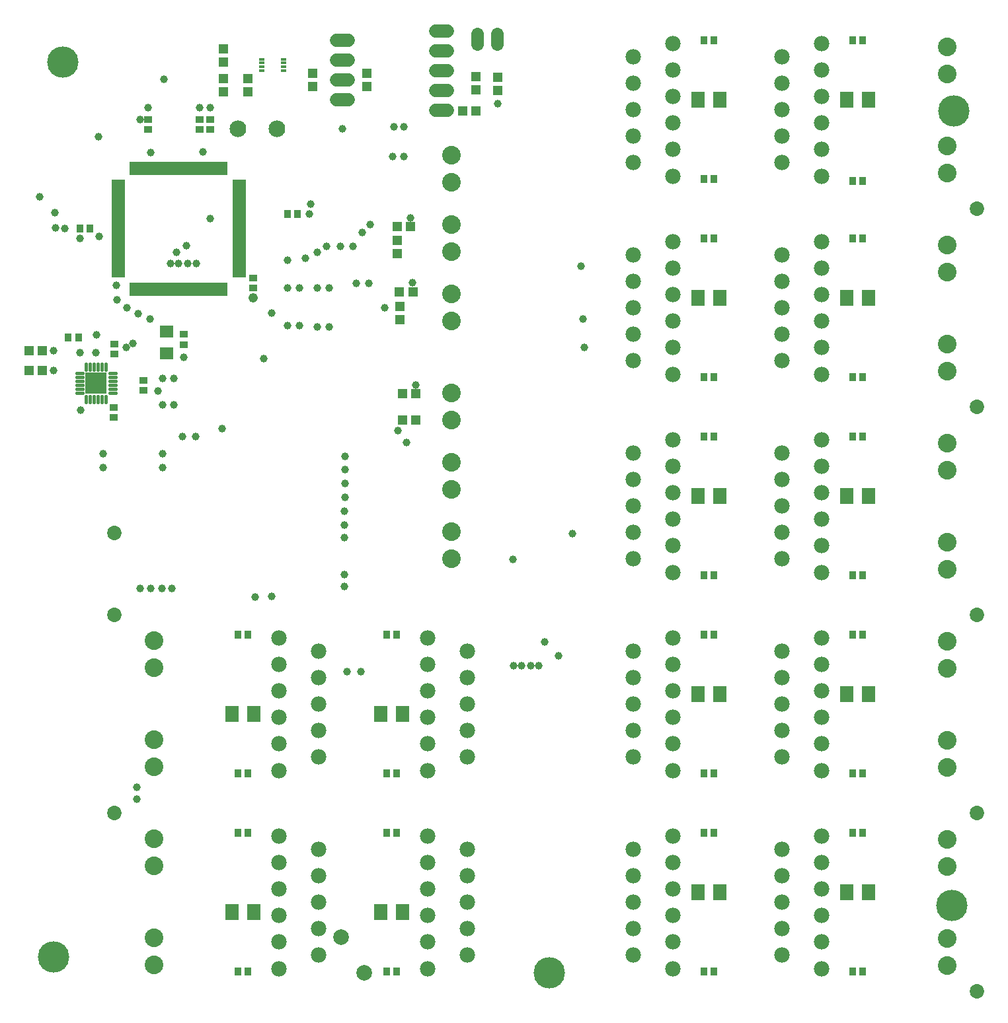
<source format=gts>
G75*
G70*
%OFA0B0*%
%FSLAX24Y24*%
%IPPOS*%
%LPD*%
%AMOC8*
5,1,8,0,0,1.08239X$1,22.5*
%
%ADD10R,0.0671X0.0186*%
%ADD11R,0.0186X0.0671*%
%ADD12C,0.0180*%
%ADD13R,0.1110X0.1110*%
%ADD14C,0.0780*%
%ADD15R,0.0356X0.0434*%
%ADD16C,0.0940*%
%ADD17C,0.0840*%
%ADD18R,0.0710X0.0631*%
%ADD19R,0.0434X0.0356*%
%ADD20R,0.0710X0.0789*%
%ADD21R,0.0513X0.0474*%
%ADD22C,0.0680*%
%ADD23C,0.0640*%
%ADD24R,0.0474X0.0513*%
%ADD25R,0.0277X0.0178*%
%ADD26C,0.0476*%
%ADD27C,0.0390*%
%ADD28C,0.0789*%
%ADD29C,0.0730*%
%ADD30C,0.1582*%
D10*
X005879Y036818D03*
X005879Y037015D03*
X005879Y037211D03*
X005879Y037408D03*
X005879Y037605D03*
X005879Y037802D03*
X005879Y037999D03*
X005879Y038196D03*
X005879Y038393D03*
X005879Y038589D03*
X005879Y038786D03*
X005879Y038983D03*
X005879Y039180D03*
X005879Y039377D03*
X005879Y039574D03*
X005879Y039771D03*
X005879Y039967D03*
X005879Y040164D03*
X005879Y040361D03*
X005879Y040558D03*
X005879Y040755D03*
X005879Y040952D03*
X005879Y041149D03*
X005879Y041345D03*
X005879Y041542D03*
X011981Y041542D03*
X011981Y041345D03*
X011981Y041149D03*
X011981Y040952D03*
X011981Y040755D03*
X011981Y040558D03*
X011981Y040361D03*
X011981Y040164D03*
X011981Y039967D03*
X011981Y039771D03*
X011981Y039574D03*
X011981Y039377D03*
X011981Y039180D03*
X011981Y038983D03*
X011981Y038786D03*
X011981Y038589D03*
X011981Y038393D03*
X011981Y038196D03*
X011981Y037999D03*
X011981Y037802D03*
X011981Y037605D03*
X011981Y037408D03*
X011981Y037211D03*
X011981Y037015D03*
X011981Y036818D03*
D11*
X011292Y036129D03*
X011095Y036129D03*
X010899Y036129D03*
X010702Y036129D03*
X010505Y036129D03*
X010308Y036129D03*
X010111Y036129D03*
X009914Y036129D03*
X009717Y036129D03*
X009521Y036129D03*
X009324Y036129D03*
X009127Y036129D03*
X008930Y036129D03*
X008733Y036129D03*
X008536Y036129D03*
X008339Y036129D03*
X008143Y036129D03*
X007946Y036129D03*
X007749Y036129D03*
X007552Y036129D03*
X007355Y036129D03*
X007158Y036129D03*
X006961Y036129D03*
X006765Y036129D03*
X006568Y036129D03*
X006568Y042231D03*
X006765Y042231D03*
X006961Y042231D03*
X007158Y042231D03*
X007355Y042231D03*
X007552Y042231D03*
X007749Y042231D03*
X007946Y042231D03*
X008143Y042231D03*
X008339Y042231D03*
X008536Y042231D03*
X008733Y042231D03*
X008930Y042231D03*
X009127Y042231D03*
X009324Y042231D03*
X009521Y042231D03*
X009717Y042231D03*
X009914Y042231D03*
X010111Y042231D03*
X010308Y042231D03*
X010505Y042231D03*
X010702Y042231D03*
X010899Y042231D03*
X011095Y042231D03*
X011292Y042231D03*
D12*
X005271Y032361D02*
X005271Y032061D01*
X005072Y032061D02*
X005072Y032361D01*
X004873Y032361D02*
X004873Y032061D01*
X004663Y032061D02*
X004663Y032361D01*
X004465Y032361D02*
X004465Y032061D01*
X004265Y032061D02*
X004265Y032361D01*
X004090Y031897D02*
X003790Y031897D01*
X003790Y031697D02*
X004090Y031697D01*
X004090Y031499D02*
X003790Y031499D01*
X003790Y031289D02*
X004090Y031289D01*
X004090Y031090D02*
X003790Y031090D01*
X003790Y030891D02*
X004090Y030891D01*
X004265Y030727D02*
X004265Y030427D01*
X004465Y030427D02*
X004465Y030727D01*
X004663Y030727D02*
X004663Y030427D01*
X004873Y030427D02*
X004873Y030727D01*
X005072Y030727D02*
X005072Y030427D01*
X005271Y030427D02*
X005271Y030727D01*
X005445Y030891D02*
X005745Y030891D01*
X005745Y031090D02*
X005445Y031090D01*
X005445Y031289D02*
X005745Y031289D01*
X005745Y031499D02*
X005445Y031499D01*
X005445Y031697D02*
X005745Y031697D01*
X005745Y031897D02*
X005445Y031897D01*
D13*
X004764Y031398D03*
D14*
X013991Y018526D03*
X013991Y017188D03*
X013991Y015849D03*
X013991Y014511D03*
X013991Y013172D03*
X013991Y011834D03*
X015991Y012503D03*
X015991Y013841D03*
X015991Y015180D03*
X015991Y016519D03*
X015991Y017857D03*
X021491Y017188D03*
X021491Y018526D03*
X023491Y017857D03*
X023491Y016519D03*
X023491Y015180D03*
X023491Y013841D03*
X023491Y012503D03*
X021491Y013172D03*
X021491Y014511D03*
X021491Y015849D03*
X021491Y011834D03*
X021491Y008526D03*
X021491Y007188D03*
X021491Y005849D03*
X021491Y004511D03*
X021491Y003172D03*
X021491Y001834D03*
X023491Y002503D03*
X023491Y003841D03*
X023491Y005180D03*
X023491Y006519D03*
X023491Y007857D03*
X015991Y007857D03*
X015991Y006519D03*
X015991Y005180D03*
X015991Y003841D03*
X015991Y002503D03*
X013991Y003172D03*
X013991Y004511D03*
X013991Y005849D03*
X013991Y007188D03*
X013991Y008526D03*
X013991Y001834D03*
X031869Y002503D03*
X031869Y003841D03*
X031869Y005180D03*
X031869Y006519D03*
X031869Y007857D03*
X033869Y007188D03*
X033869Y008526D03*
X033869Y005849D03*
X033869Y004511D03*
X033869Y003172D03*
X033869Y001834D03*
X039369Y002503D03*
X039369Y003841D03*
X039369Y005180D03*
X039369Y006519D03*
X039369Y007857D03*
X041369Y007188D03*
X041369Y008526D03*
X041369Y005849D03*
X041369Y004511D03*
X041369Y003172D03*
X041369Y001834D03*
X041369Y011834D03*
X041369Y013172D03*
X041369Y014511D03*
X041369Y015849D03*
X041369Y017188D03*
X041369Y018526D03*
X039369Y017857D03*
X039369Y016519D03*
X039369Y015180D03*
X039369Y013841D03*
X039369Y012503D03*
X033869Y013172D03*
X033869Y014511D03*
X033869Y015849D03*
X033869Y017188D03*
X033869Y018526D03*
X031869Y017857D03*
X031869Y016519D03*
X031869Y015180D03*
X031869Y013841D03*
X031869Y012503D03*
X033869Y011834D03*
X033869Y021834D03*
X033869Y023172D03*
X033869Y024511D03*
X033869Y025849D03*
X033869Y027188D03*
X033869Y028526D03*
X031869Y027857D03*
X031869Y026519D03*
X031869Y025180D03*
X031869Y023841D03*
X031869Y022503D03*
X039369Y022503D03*
X039369Y023841D03*
X039369Y025180D03*
X039369Y026519D03*
X039369Y027857D03*
X041369Y027188D03*
X041369Y025849D03*
X041369Y024511D03*
X041369Y023172D03*
X041369Y021834D03*
X041369Y028526D03*
X041369Y031834D03*
X041369Y033172D03*
X041369Y034511D03*
X041369Y035849D03*
X041369Y037188D03*
X041369Y038526D03*
X039369Y037857D03*
X039369Y036519D03*
X039369Y035180D03*
X039369Y033841D03*
X039369Y032503D03*
X033869Y033172D03*
X033869Y031834D03*
X031869Y032503D03*
X031869Y033841D03*
X031869Y035180D03*
X031869Y036519D03*
X031869Y037857D03*
X033869Y037188D03*
X033869Y035849D03*
X033869Y034511D03*
X033869Y038526D03*
X033869Y041834D03*
X033869Y043172D03*
X033869Y044511D03*
X033869Y045849D03*
X033869Y047188D03*
X033869Y048526D03*
X031869Y047857D03*
X031869Y046519D03*
X031869Y045180D03*
X031869Y043841D03*
X031869Y042503D03*
X039369Y042503D03*
X039369Y043841D03*
X039369Y045180D03*
X039369Y046519D03*
X039369Y047857D03*
X041369Y047188D03*
X041369Y045849D03*
X041369Y044511D03*
X041369Y043172D03*
X041369Y041834D03*
X041369Y048526D03*
D15*
X042924Y048680D03*
X043436Y048680D03*
X043436Y041580D03*
X042924Y041580D03*
X042924Y038680D03*
X043436Y038680D03*
X043436Y031680D03*
X042924Y031680D03*
X042924Y028680D03*
X043436Y028680D03*
X043436Y021680D03*
X042924Y021680D03*
X042924Y018680D03*
X043436Y018680D03*
X043436Y011680D03*
X042924Y011680D03*
X042924Y008680D03*
X043436Y008680D03*
X043436Y001680D03*
X042924Y001680D03*
X035936Y001680D03*
X035424Y001680D03*
X035424Y008680D03*
X035936Y008680D03*
X035936Y011680D03*
X035424Y011680D03*
X035424Y018680D03*
X035936Y018680D03*
X035936Y021680D03*
X035424Y021680D03*
X035424Y028680D03*
X035936Y028680D03*
X035936Y031680D03*
X035424Y031680D03*
X035424Y038680D03*
X035936Y038680D03*
X035936Y041680D03*
X035424Y041680D03*
X035424Y048680D03*
X035936Y048680D03*
X014936Y039930D03*
X014424Y039930D03*
X004476Y039180D03*
X003964Y039180D03*
X003886Y033670D03*
X003374Y033670D03*
X011924Y018680D03*
X012436Y018680D03*
X019424Y018680D03*
X019936Y018680D03*
X019936Y011680D03*
X019424Y011680D03*
X019424Y008680D03*
X019936Y008680D03*
X019936Y001680D03*
X019424Y001680D03*
X012436Y001680D03*
X011924Y001680D03*
X011924Y008680D03*
X012436Y008680D03*
X012436Y011680D03*
X011924Y011680D03*
D16*
X007680Y012011D03*
X007680Y013389D03*
X007680Y017011D03*
X007680Y018389D03*
X007680Y008389D03*
X007680Y007011D03*
X007680Y003389D03*
X007680Y002011D03*
X022680Y022511D03*
X022680Y023889D03*
X022680Y026011D03*
X022680Y027389D03*
X022680Y029511D03*
X022680Y030889D03*
X022680Y034511D03*
X022680Y035889D03*
X022680Y038011D03*
X022680Y039389D03*
X022680Y041511D03*
X022680Y042889D03*
X047680Y043349D03*
X047680Y041971D03*
X047680Y038349D03*
X047680Y036971D03*
X047680Y033349D03*
X047680Y031971D03*
X047680Y028349D03*
X047680Y026971D03*
X047680Y023349D03*
X047680Y021971D03*
X047680Y018349D03*
X047680Y016971D03*
X047680Y013349D03*
X047680Y011971D03*
X047680Y008349D03*
X047680Y006971D03*
X047680Y003349D03*
X047680Y001971D03*
X047680Y046971D03*
X047680Y048349D03*
D17*
X013904Y044210D03*
X011936Y044210D03*
D18*
X008330Y033981D03*
X008330Y032879D03*
D19*
X009180Y033324D03*
X009180Y033836D03*
X007160Y031526D03*
X007160Y031014D03*
X005670Y030156D03*
X005670Y029644D03*
X005680Y032854D03*
X005680Y033366D03*
X012680Y036174D03*
X012680Y036686D03*
X010530Y044174D03*
X010530Y044686D03*
X009980Y044686D03*
X009980Y044174D03*
X007380Y044174D03*
X007380Y044686D03*
D20*
X035129Y045680D03*
X036231Y045680D03*
X042629Y045680D03*
X043731Y045680D03*
X043731Y035680D03*
X042629Y035680D03*
X036231Y035680D03*
X035129Y035680D03*
X035129Y025680D03*
X036231Y025680D03*
X042629Y025680D03*
X043731Y025680D03*
X043731Y015680D03*
X042629Y015680D03*
X036231Y015680D03*
X035129Y015680D03*
X035129Y005680D03*
X036231Y005680D03*
X042629Y005680D03*
X043731Y005680D03*
X020231Y004680D03*
X019129Y004680D03*
X012731Y004680D03*
X011629Y004680D03*
X011629Y014680D03*
X012731Y014680D03*
X019129Y014680D03*
X020231Y014680D03*
D21*
X002065Y032020D03*
X001395Y032020D03*
X001405Y033010D03*
X002075Y033010D03*
X011180Y046095D03*
X011180Y046765D03*
X011180Y047595D03*
X011180Y048265D03*
X012430Y046765D03*
X012430Y046095D03*
X015680Y046345D03*
X015680Y047015D03*
X018430Y047015D03*
X018430Y046345D03*
X023940Y046175D03*
X023940Y046845D03*
X019950Y038575D03*
X019950Y037905D03*
X020080Y035245D03*
X020080Y034575D03*
D22*
X021880Y045150D02*
X022480Y045150D01*
X022480Y046150D02*
X021880Y046150D01*
X021880Y047150D02*
X022480Y047150D01*
X022480Y048150D02*
X021880Y048150D01*
X021880Y049150D02*
X022480Y049150D01*
X017480Y048680D02*
X016880Y048680D01*
X016880Y047680D02*
X017480Y047680D01*
X017480Y046680D02*
X016880Y046680D01*
X016880Y045680D02*
X017480Y045680D01*
D23*
X023980Y048470D02*
X023980Y049030D01*
X024980Y049030D02*
X024980Y048470D01*
D24*
X025040Y046835D03*
X025040Y046165D03*
X023935Y045110D03*
X023265Y045110D03*
X020625Y039290D03*
X019955Y039290D03*
X020075Y036000D03*
X020745Y036000D03*
X020905Y030860D03*
X020235Y030860D03*
X020225Y029530D03*
X020895Y029530D03*
D25*
X014219Y047143D03*
X014219Y047339D03*
X014219Y047536D03*
X014219Y047733D03*
X013137Y047733D03*
X013137Y047536D03*
X013137Y047339D03*
X013137Y047143D03*
D26*
X012680Y035680D03*
D27*
X013630Y034930D03*
X014430Y034280D03*
X015030Y034280D03*
X015930Y034230D03*
X016530Y034230D03*
X016530Y036180D03*
X015930Y036180D03*
X015030Y036180D03*
X014430Y036180D03*
X014430Y037580D03*
X015330Y037680D03*
X015930Y037980D03*
X016380Y038280D03*
X017080Y038280D03*
X017730Y038280D03*
X018180Y038980D03*
X018580Y039380D03*
X020620Y039730D03*
X020740Y036440D03*
X019330Y035180D03*
X018530Y036430D03*
X017880Y036430D03*
X015530Y039930D03*
X015580Y040430D03*
X017180Y044230D03*
X019780Y044330D03*
X020280Y044330D03*
X020280Y042830D03*
X019730Y042830D03*
X025030Y045490D03*
X029230Y037280D03*
X029330Y034630D03*
X029380Y033180D03*
X020900Y031300D03*
X019980Y028980D03*
X020430Y028380D03*
X017330Y027680D03*
X017330Y027030D03*
X017330Y026330D03*
X017330Y025630D03*
X017280Y024930D03*
X017280Y024230D03*
X017280Y023580D03*
X017280Y021730D03*
X017280Y021130D03*
X013630Y020630D03*
X012780Y020580D03*
X008580Y021030D03*
X008080Y021030D03*
X007530Y021030D03*
X006980Y021030D03*
X008130Y027130D03*
X008130Y027830D03*
X009130Y028680D03*
X009780Y028680D03*
X011130Y029080D03*
X008680Y030280D03*
X008130Y030280D03*
X007880Y030990D03*
X008130Y031630D03*
X008680Y031630D03*
X009180Y032680D03*
X007480Y034630D03*
X006880Y034880D03*
X006330Y035180D03*
X005830Y035580D03*
X005780Y036320D03*
X003960Y038680D03*
X003200Y039190D03*
X002730Y039210D03*
X002690Y039970D03*
X001930Y040770D03*
X004940Y038800D03*
X008530Y037430D03*
X008930Y037430D03*
X009380Y037430D03*
X009830Y037430D03*
X009330Y038330D03*
X008830Y037980D03*
X010530Y039680D03*
X010150Y043050D03*
X009980Y045280D03*
X010530Y045280D03*
X008180Y046730D03*
X007380Y045280D03*
X006980Y044690D03*
X007530Y043030D03*
X004895Y043810D03*
X004780Y033830D03*
X004770Y032930D03*
X003950Y032910D03*
X002640Y033010D03*
X002640Y032020D03*
X004510Y031610D03*
X004480Y031200D03*
X004960Y031210D03*
X004970Y031610D03*
X004000Y030010D03*
X005130Y027830D03*
X005130Y027130D03*
X006290Y033200D03*
X006620Y033400D03*
X013230Y032630D03*
X025780Y022480D03*
X028780Y023780D03*
X027380Y018330D03*
X028080Y017630D03*
X027080Y017130D03*
X026680Y017130D03*
X026230Y017130D03*
X025830Y017130D03*
X018130Y016830D03*
X017430Y016830D03*
X006830Y010980D03*
X006830Y010380D03*
D28*
X017130Y003430D03*
X018280Y001630D03*
D29*
X005680Y009680D03*
X005680Y019680D03*
X005680Y023830D03*
X049180Y019680D03*
X049180Y009680D03*
X049180Y000680D03*
X049180Y030180D03*
X049180Y040180D03*
D30*
X002630Y002430D03*
X027630Y001630D03*
X047930Y005030D03*
X048030Y045130D03*
X003080Y047580D03*
M02*

</source>
